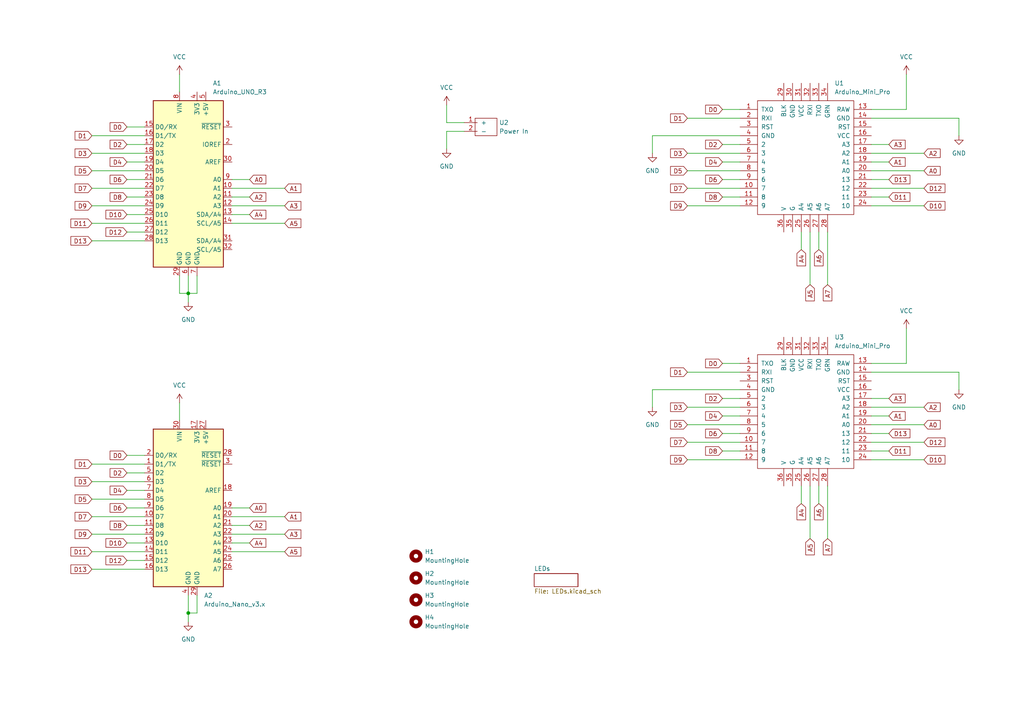
<source format=kicad_sch>
(kicad_sch (version 20211123) (generator eeschema)
  (paper "A4")
  (lib_symbols
    (symbol "MCU_Module:Arduino_Nano_v3.x"
      (property "Reference" "A" (at -10.16 23.495 0))
      (property "Value" "Arduino_Nano_v3.x" (at 5.08 -24.13 0))
      (symbol "Arduino_Nano_v3.x_0_1"
        (rectangle (start -10.16 22.86) (end 10.16 -22.86) (stroke (width 0.254)) (fill (type background)))
      )
      (symbol "Arduino_Nano_v3.x_1_1"
        (pin bidirectional line (at -12.7 12.7 0) (length 2.54) (name "D1/TX") (number "1"))
        (pin bidirectional line (at -12.7 -2.54 0) (length 2.54) (name "D7") (number "10"))
        (pin bidirectional line (at -12.7 -5.08 0) (length 2.54) (name "D8") (number "11"))
        (pin bidirectional line (at -12.7 -7.62 0) (length 2.54) (name "D9") (number "12"))
        (pin bidirectional line (at -12.7 -10.16 0) (length 2.54) (name "D10") (number "13"))
        (pin bidirectional line (at -12.7 -12.7 0) (length 2.54) (name "D11") (number "14"))
        (pin bidirectional line (at -12.7 -15.24 0) (length 2.54) (name "D12") (number "15"))
        (pin bidirectional line (at -12.7 -17.78 0) (length 2.54) (name "D13") (number "16"))
        (pin power_out line (at 2.54 25.4 270) (length 2.54) (name "3V3") (number "17"))
        (pin input line (at 12.7 5.08 180) (length 2.54) (name "AREF") (number "18"))
        (pin bidirectional line (at 12.7 0 180) (length 2.54) (name "A0") (number "19"))
        (pin bidirectional line (at -12.7 15.24 0) (length 2.54) (name "D0/RX") (number "2"))
        (pin bidirectional line (at 12.7 -2.54 180) (length 2.54) (name "A1") (number "20"))
        (pin bidirectional line (at 12.7 -5.08 180) (length 2.54) (name "A2") (number "21"))
        (pin bidirectional line (at 12.7 -7.62 180) (length 2.54) (name "A3") (number "22"))
        (pin bidirectional line (at 12.7 -10.16 180) (length 2.54) (name "A4") (number "23"))
        (pin bidirectional line (at 12.7 -12.7 180) (length 2.54) (name "A5") (number "24"))
        (pin bidirectional line (at 12.7 -15.24 180) (length 2.54) (name "A6") (number "25"))
        (pin bidirectional line (at 12.7 -17.78 180) (length 2.54) (name "A7") (number "26"))
        (pin power_out line (at 5.08 25.4 270) (length 2.54) (name "+5V") (number "27"))
        (pin input line (at 12.7 15.24 180) (length 2.54) (name "~{RESET}") (number "28"))
        (pin power_in line (at 2.54 -25.4 90) (length 2.54) (name "GND") (number "29"))
        (pin input line (at 12.7 12.7 180) (length 2.54) (name "~{RESET}") (number "3"))
        (pin power_in line (at -2.54 25.4 270) (length 2.54) (name "VIN") (number "30"))
        (pin power_in line (at 0 -25.4 90) (length 2.54) (name "GND") (number "4"))
        (pin bidirectional line (at -12.7 10.16 0) (length 2.54) (name "D2") (number "5"))
        (pin bidirectional line (at -12.7 7.62 0) (length 2.54) (name "D3") (number "6"))
        (pin bidirectional line (at -12.7 5.08 0) (length 2.54) (name "D4") (number "7"))
        (pin bidirectional line (at -12.7 2.54 0) (length 2.54) (name "D5") (number "8"))
        (pin bidirectional line (at -12.7 0 0) (length 2.54) (name "D6") (number "9"))
      )
    )
    (symbol "MCU_Module:Arduino_UNO_R3"
      (property "Reference" "A" (at -10.16 23.495 0))
      (property "Value" "Arduino_UNO_R3" (at 5.08 -26.67 0))
      (symbol "Arduino_UNO_R3_0_1"
        (rectangle (start -10.16 22.86) (end 10.16 -25.4) (stroke (width 0.254)) (fill (type background)))
      )
      (symbol "Arduino_UNO_R3_1_1"
        (pin no_connect line (at -10.16 -20.32 0) (length 2.54) hide (name "NC") (number "1"))
        (pin bidirectional line (at 12.7 -2.54 180) (length 2.54) (name "A1") (number "10"))
        (pin bidirectional line (at 12.7 -5.08 180) (length 2.54) (name "A2") (number "11"))
        (pin bidirectional line (at 12.7 -7.62 180) (length 2.54) (name "A3") (number "12"))
        (pin bidirectional line (at 12.7 -10.16 180) (length 2.54) (name "SDA/A4") (number "13"))
        (pin bidirectional line (at 12.7 -12.7 180) (length 2.54) (name "SCL/A5") (number "14"))
        (pin bidirectional line (at -12.7 15.24 0) (length 2.54) (name "D0/RX") (number "15"))
        (pin bidirectional line (at -12.7 12.7 0) (length 2.54) (name "D1/TX") (number "16"))
        (pin bidirectional line (at -12.7 10.16 0) (length 2.54) (name "D2") (number "17"))
        (pin bidirectional line (at -12.7 7.62 0) (length 2.54) (name "D3") (number "18"))
        (pin bidirectional line (at -12.7 5.08 0) (length 2.54) (name "D4") (number "19"))
        (pin output line (at 12.7 10.16 180) (length 2.54) (name "IOREF") (number "2"))
        (pin bidirectional line (at -12.7 2.54 0) (length 2.54) (name "D5") (number "20"))
        (pin bidirectional line (at -12.7 0 0) (length 2.54) (name "D6") (number "21"))
        (pin bidirectional line (at -12.7 -2.54 0) (length 2.54) (name "D7") (number "22"))
        (pin bidirectional line (at -12.7 -5.08 0) (length 2.54) (name "D8") (number "23"))
        (pin bidirectional line (at -12.7 -7.62 0) (length 2.54) (name "D9") (number "24"))
        (pin bidirectional line (at -12.7 -10.16 0) (length 2.54) (name "D10") (number "25"))
        (pin bidirectional line (at -12.7 -12.7 0) (length 2.54) (name "D11") (number "26"))
        (pin bidirectional line (at -12.7 -15.24 0) (length 2.54) (name "D12") (number "27"))
        (pin bidirectional line (at -12.7 -17.78 0) (length 2.54) (name "D13") (number "28"))
        (pin power_in line (at -2.54 -27.94 90) (length 2.54) (name "GND") (number "29"))
        (pin input line (at 12.7 15.24 180) (length 2.54) (name "~{RESET}") (number "3"))
        (pin input line (at 12.7 5.08 180) (length 2.54) (name "AREF") (number "30"))
        (pin bidirectional line (at 12.7 -17.78 180) (length 2.54) (name "SDA/A4") (number "31"))
        (pin bidirectional line (at 12.7 -20.32 180) (length 2.54) (name "SCL/A5") (number "32"))
        (pin power_out line (at 2.54 25.4 270) (length 2.54) (name "3V3") (number "4"))
        (pin power_out line (at 5.08 25.4 270) (length 2.54) (name "+5V") (number "5"))
        (pin power_in line (at 0 -27.94 90) (length 2.54) (name "GND") (number "6"))
        (pin power_in line (at 2.54 -27.94 90) (length 2.54) (name "GND") (number "7"))
        (pin power_in line (at -2.54 25.4 270) (length 2.54) (name "VIN") (number "8"))
        (pin bidirectional line (at 12.7 0 180) (length 2.54) (name "A0") (number "9"))
      )
    )
    (symbol "Mechanical:MountingHole" (pin_names (offset 1.016))
      (property "Reference" "H" (at 0 5.08 0))
      (property "Value" "MountingHole" (at 0 3.175 0))
      (symbol "MountingHole_0_1"
        (circle (center 0 0) (radius 1.27) (stroke (width 1.27)))
      )
    )
    (symbol "My_Arduino:Arduino_Mini_Pro" (pin_names (offset 1.016))
      (property "Reference" "U" (at 6.35 3.81 0))
      (property "Value" "Arduino_Mini_Pro" (at 1.27 7.62 0))
      (symbol "Arduino_Mini_Pro_0_1"
        (rectangle (start 5.08 2.54) (end 33.02 -30.48))
      )
      (symbol "Arduino_Mini_Pro_1_1"
        (pin output line (at 0 0 0) (length 5.08) (name "TXO") (number "1"))
        (pin bidirectional line (at 0 -22.86 0) (length 5.08) (name "7") (number "10"))
        (pin bidirectional line (at 0 -25.4 0) (length 5.08) (name "8") (number "11"))
        (pin bidirectional line (at 0 -27.94 0) (length 5.08) (name "9") (number "12"))
        (pin power_in line (at 38.1 0 180) (length 5.08) (name "RAW") (number "13"))
        (pin power_in line (at 38.1 -2.54 180) (length 5.08) (name "GND") (number "14"))
        (pin input line (at 38.1 -5.08 180) (length 5.08) (name "RST") (number "15"))
        (pin power_out line (at 38.1 -7.62 180) (length 5.08) (name "VCC") (number "16"))
        (pin bidirectional line (at 38.1 -10.16 180) (length 5.08) (name "A3") (number "17"))
        (pin bidirectional line (at 38.1 -12.7 180) (length 5.08) (name "A2") (number "18"))
        (pin bidirectional line (at 38.1 -15.24 180) (length 5.08) (name "A1") (number "19"))
        (pin input line (at 0 -2.54 0) (length 5.08) (name "RXI") (number "2"))
        (pin bidirectional line (at 38.1 -17.78 180) (length 5.08) (name "A0") (number "20"))
        (pin bidirectional line (at 38.1 -20.32 180) (length 5.08) (name "13") (number "21"))
        (pin bidirectional line (at 38.1 -22.86 180) (length 5.08) (name "12") (number "22"))
        (pin bidirectional line (at 38.1 -25.4 180) (length 5.08) (name "11") (number "23"))
        (pin bidirectional line (at 38.1 -27.94 180) (length 5.08) (name "10") (number "24"))
        (pin bidirectional line (at 17.78 -35.56 90) (length 5.08) (name "A4") (number "25"))
        (pin bidirectional line (at 20.32 -35.56 90) (length 5.08) (name "A5") (number "26"))
        (pin bidirectional line (at 22.86 -35.56 90) (length 5.08) (name "A6") (number "27"))
        (pin bidirectional line (at 25.4 -35.56 90) (length 5.08) (name "A7") (number "28"))
        (pin input line (at 12.7 7.62 270) (length 5.08) (name "BLK") (number "29"))
        (pin input line (at 0 -5.08 0) (length 5.08) (name "RST") (number "3"))
        (pin passive line (at 15.24 7.62 270) (length 5.08) (name "GND") (number "30"))
        (pin power_in line (at 17.78 7.62 270) (length 5.08) (name "VCC") (number "31"))
        (pin input line (at 20.32 7.62 270) (length 5.08) (name "RXI") (number "32"))
        (pin output line (at 22.86 7.62 270) (length 5.08) (name "TXO") (number "33"))
        (pin input line (at 25.4 7.62 270) (length 5.08) (name "GRN") (number "34"))
        (pin passive line (at 15.24 -35.56 90) (length 5.08) (name "G") (number "35"))
        (pin power_out line (at 12.7 -35.56 90) (length 5.08) (name "V") (number "36"))
        (pin passive line (at 0 -7.62 0) (length 5.08) (name "GND") (number "4"))
        (pin bidirectional line (at 0 -10.16 0) (length 5.08) (name "2") (number "5"))
        (pin bidirectional line (at 0 -12.7 0) (length 5.08) (name "3") (number "6"))
        (pin bidirectional line (at 0 -15.24 0) (length 5.08) (name "4") (number "7"))
        (pin bidirectional line (at 0 -17.78 0) (length 5.08) (name "5") (number "8"))
        (pin bidirectional line (at 0 -20.32 0) (length 5.08) (name "6") (number "9"))
      )
    )
    (symbol "My_Parts:2-pole_power_in_screw_terminal" (pin_names (offset 1.016))
      (property "Reference" "U" (at 4.445 3.175 0))
      (property "Value" "2-pole_power_in_screw_terminal" (at 6.35 -5.715 0))
      (symbol "2-pole_power_in_screw_terminal_0_1"
        (rectangle (start 3.175 1.27) (end 9.525 -3.81))
      )
      (symbol "2-pole_power_in_screw_terminal_1_1"
        (pin power_in line (at 0 0 0) (length 3.81) (name "+") (number "1"))
        (pin power_in line (at 0 -2.54 0) (length 3.81) (name "-") (number "2"))
      )
    )
    (symbol "power:GND" (power) (pin_names (offset 0))
      (property "Value" "GND" (at 0 -3.81 0))
      (symbol "GND_0_1"
        (polyline (pts (xy 0 0) (xy 0 -1.27) (xy 1.27 -1.27) (xy 0 -2.54) (xy -1.27 -1.27) (xy 0 -1.27)))
      )
      (symbol "GND_1_1"
        (pin power_in line (at 0 0 270) (length 0) hide (name "GND") (number "1"))
      )
    )
    (symbol "power:VCC" (power) (pin_names (offset 0))
      (property "Value" "VCC" (at 0 3.81 0))
      (symbol "VCC_0_1"
        (polyline (pts (xy -0.762 1.27) (xy 0 2.54)))
        (polyline (pts (xy 0 0) (xy 0 2.54)))
        (polyline (pts (xy 0 2.54) (xy 0.762 1.27)))
      )
      (symbol "VCC_1_1"
        (pin power_in line (at 0 0 90) (length 0) hide (name "VCC") (number "1"))
      )
    )
  )
  (junction (at 54.61 177.8))
  (junction (at 54.61 85.09))
  (wire (pts (xy 252.73 52.07) (xy 257.81 52.07)))
  (wire (pts (xy 252.73 115.57) (xy 257.81 115.57)))
  (wire (pts (xy 26.67 154.94) (xy 41.91 154.94)))
  (wire (pts (xy 199.39 44.45) (xy 214.63 44.45)))
  (wire (pts (xy 36.83 152.4) (xy 41.91 152.4)))
  (wire (pts (xy 240.03 67.31) (xy 240.03 82.55)))
  (wire (pts (xy 252.73 128.27) (xy 267.97 128.27)))
  (wire (pts (xy 52.07 21.59) (xy 52.07 26.67)))
  (wire (pts (xy 209.55 52.07) (xy 214.63 52.07)))
  (wire (pts (xy 252.73 133.35) (xy 267.97 133.35)))
  (wire (pts (xy 129.54 38.1) (xy 129.54 43.18)))
  (wire (pts (xy 240.03 140.97) (xy 240.03 156.21)))
  (wire (pts (xy 234.95 140.97) (xy 234.95 156.21)))
  (wire (pts (xy 252.73 54.61) (xy 267.97 54.61)))
  (wire (pts (xy 26.67 160.02) (xy 41.91 160.02)))
  (wire (pts (xy 129.54 35.56) (xy 129.54 30.48)))
  (wire (pts (xy 67.31 152.4) (xy 72.39 152.4)))
  (wire (pts (xy 252.73 107.95) (xy 278.13 107.95)))
  (wire (pts (xy 67.31 62.23) (xy 72.39 62.23)))
  (wire (pts (xy 209.55 46.99) (xy 214.63 46.99)))
  (wire (pts (xy 214.63 113.03) (xy 189.23 113.03)))
  (wire (pts (xy 26.67 64.77) (xy 41.91 64.77)))
  (wire (pts (xy 26.67 134.62) (xy 41.91 134.62)))
  (wire (pts (xy 252.73 44.45) (xy 267.97 44.45)))
  (wire (pts (xy 262.89 105.41) (xy 262.89 95.25)))
  (wire (pts (xy 54.61 85.09) (xy 54.61 87.63)))
  (wire (pts (xy 52.07 116.84) (xy 52.07 121.92)))
  (wire (pts (xy 252.73 118.11) (xy 267.97 118.11)))
  (wire (pts (xy 36.83 41.91) (xy 41.91 41.91)))
  (wire (pts (xy 26.67 39.37) (xy 41.91 39.37)))
  (wire (pts (xy 199.39 54.61) (xy 214.63 54.61)))
  (wire (pts (xy 26.67 59.69) (xy 41.91 59.69)))
  (wire (pts (xy 134.62 35.56) (xy 129.54 35.56)))
  (wire (pts (xy 209.55 57.15) (xy 214.63 57.15)))
  (wire (pts (xy 199.39 34.29) (xy 214.63 34.29)))
  (wire (pts (xy 36.83 67.31) (xy 41.91 67.31)))
  (wire (pts (xy 252.73 105.41) (xy 262.89 105.41)))
  (wire (pts (xy 36.83 57.15) (xy 41.91 57.15)))
  (wire (pts (xy 67.31 57.15) (xy 72.39 57.15)))
  (wire (pts (xy 252.73 57.15) (xy 257.81 57.15)))
  (wire (pts (xy 189.23 113.03) (xy 189.23 118.11)))
  (wire (pts (xy 237.49 140.97) (xy 237.49 146.05)))
  (wire (pts (xy 26.67 69.85) (xy 41.91 69.85)))
  (wire (pts (xy 57.15 172.72) (xy 57.15 177.8)))
  (wire (pts (xy 199.39 118.11) (xy 214.63 118.11)))
  (wire (pts (xy 209.55 125.73) (xy 214.63 125.73)))
  (wire (pts (xy 52.07 85.09) (xy 52.07 80.01)))
  (wire (pts (xy 252.73 46.99) (xy 257.81 46.99)))
  (wire (pts (xy 67.31 52.07) (xy 72.39 52.07)))
  (wire (pts (xy 67.31 54.61) (xy 82.55 54.61)))
  (wire (pts (xy 57.15 177.8) (xy 54.61 177.8)))
  (wire (pts (xy 26.67 149.86) (xy 41.91 149.86)))
  (wire (pts (xy 36.83 36.83) (xy 41.91 36.83)))
  (wire (pts (xy 252.73 123.19) (xy 267.97 123.19)))
  (wire (pts (xy 57.15 85.09) (xy 54.61 85.09)))
  (wire (pts (xy 36.83 62.23) (xy 41.91 62.23)))
  (wire (pts (xy 252.73 59.69) (xy 267.97 59.69)))
  (wire (pts (xy 209.55 41.91) (xy 214.63 41.91)))
  (wire (pts (xy 26.67 139.7) (xy 41.91 139.7)))
  (wire (pts (xy 67.31 149.86) (xy 82.55 149.86)))
  (wire (pts (xy 189.23 39.37) (xy 189.23 44.45)))
  (wire (pts (xy 36.83 46.99) (xy 41.91 46.99)))
  (wire (pts (xy 199.39 123.19) (xy 214.63 123.19)))
  (wire (pts (xy 26.67 165.1) (xy 41.91 165.1)))
  (wire (pts (xy 26.67 49.53) (xy 41.91 49.53)))
  (wire (pts (xy 214.63 39.37) (xy 189.23 39.37)))
  (wire (pts (xy 199.39 133.35) (xy 214.63 133.35)))
  (wire (pts (xy 26.67 54.61) (xy 41.91 54.61)))
  (wire (pts (xy 209.55 130.81) (xy 214.63 130.81)))
  (wire (pts (xy 234.95 67.31) (xy 234.95 82.55)))
  (wire (pts (xy 278.13 34.29) (xy 278.13 39.37)))
  (wire (pts (xy 67.31 59.69) (xy 82.55 59.69)))
  (wire (pts (xy 67.31 64.77) (xy 82.55 64.77)))
  (wire (pts (xy 252.73 31.75) (xy 262.89 31.75)))
  (wire (pts (xy 252.73 130.81) (xy 257.81 130.81)))
  (wire (pts (xy 67.31 147.32) (xy 72.39 147.32)))
  (wire (pts (xy 36.83 142.24) (xy 41.91 142.24)))
  (wire (pts (xy 209.55 105.41) (xy 214.63 105.41)))
  (wire (pts (xy 199.39 59.69) (xy 214.63 59.69)))
  (wire (pts (xy 199.39 49.53) (xy 214.63 49.53)))
  (wire (pts (xy 209.55 120.65) (xy 214.63 120.65)))
  (wire (pts (xy 67.31 160.02) (xy 82.55 160.02)))
  (wire (pts (xy 67.31 157.48) (xy 72.39 157.48)))
  (wire (pts (xy 36.83 52.07) (xy 41.91 52.07)))
  (wire (pts (xy 57.15 80.01) (xy 57.15 85.09)))
  (wire (pts (xy 36.83 147.32) (xy 41.91 147.32)))
  (wire (pts (xy 199.39 107.95) (xy 214.63 107.95)))
  (wire (pts (xy 209.55 31.75) (xy 214.63 31.75)))
  (wire (pts (xy 36.83 162.56) (xy 41.91 162.56)))
  (wire (pts (xy 26.67 144.78) (xy 41.91 144.78)))
  (wire (pts (xy 199.39 128.27) (xy 214.63 128.27)))
  (wire (pts (xy 36.83 137.16) (xy 41.91 137.16)))
  (wire (pts (xy 54.61 85.09) (xy 52.07 85.09)))
  (wire (pts (xy 252.73 120.65) (xy 257.81 120.65)))
  (wire (pts (xy 252.73 41.91) (xy 257.81 41.91)))
  (wire (pts (xy 36.83 132.08) (xy 41.91 132.08)))
  (wire (pts (xy 54.61 80.01) (xy 54.61 85.09)))
  (wire (pts (xy 54.61 172.72) (xy 54.61 177.8)))
  (wire (pts (xy 67.31 154.94) (xy 82.55 154.94)))
  (wire (pts (xy 36.83 157.48) (xy 41.91 157.48)))
  (wire (pts (xy 134.62 38.1) (xy 129.54 38.1)))
  (wire (pts (xy 209.55 115.57) (xy 214.63 115.57)))
  (wire (pts (xy 232.41 140.97) (xy 232.41 146.05)))
  (wire (pts (xy 237.49 67.31) (xy 237.49 72.39)))
  (wire (pts (xy 232.41 67.31) (xy 232.41 72.39)))
  (wire (pts (xy 252.73 125.73) (xy 257.81 125.73)))
  (wire (pts (xy 252.73 49.53) (xy 267.97 49.53)))
  (wire (pts (xy 252.73 34.29) (xy 278.13 34.29)))
  (wire (pts (xy 262.89 31.75) (xy 262.89 21.59)))
  (wire (pts (xy 278.13 107.95) (xy 278.13 113.03)))
  (wire (pts (xy 54.61 177.8) (xy 54.61 180.34)))
  (wire (pts (xy 26.67 44.45) (xy 41.91 44.45)))
  (global_label "D12" (shape input) (at 36.83 67.31 180) (property "Intersheet References" "${INTERSHEET_REFS}" (effects hide)))
  (global_label "D6" (shape input) (at 36.83 52.07 180) (property "Intersheet References" "${INTERSHEET_REFS}" (effects hide)))
  (global_label "A5" (shape input) (at 234.95 156.21 270) (property "Intersheet References" "${INTERSHEET_REFS}" (effects hide)))
  (global_label "A1" (shape input) (at 257.81 46.99 0) (property "Intersheet References" "${INTERSHEET_REFS}" (effects hide)))
  (global_label "D6" (shape input) (at 36.83 147.32 180) (property "Intersheet References" "${INTERSHEET_REFS}" (effects hide)))
  (global_label "A4" (shape input) (at 232.41 146.05 270) (property "Intersheet References" "${INTERSHEET_REFS}" (effects hide)))
  (global_label "A5" (shape input) (at 82.55 160.02 0) (property "Intersheet References" "${INTERSHEET_REFS}" (effects hide)))
  (global_label "D2" (shape input) (at 209.55 115.57 180) (property "Intersheet References" "${INTERSHEET_REFS}" (effects hide)))
  (global_label "D6" (shape input) (at 209.55 52.07 180) (property "Intersheet References" "${INTERSHEET_REFS}" (effects hide)))
  (global_label "A3" (shape input) (at 257.81 115.57 0) (property "Intersheet References" "${INTERSHEET_REFS}" (effects hide)))
  (global_label "A7" (shape input) (at 240.03 156.21 270) (property "Intersheet References" "${INTERSHEET_REFS}" (effects hide)))
  (global_label "D11" (shape input) (at 257.81 57.15 0) (property "Intersheet References" "${INTERSHEET_REFS}" (effects hide)))
  (global_label "A3" (shape input) (at 257.81 41.91 0) (property "Intersheet References" "${INTERSHEET_REFS}" (effects hide)))
  (global_label "D10" (shape input) (at 267.97 59.69 0) (property "Intersheet References" "${INTERSHEET_REFS}" (effects hide)))
  (global_label "D8" (shape input) (at 209.55 130.81 180) (property "Intersheet References" "${INTERSHEET_REFS}" (effects hide)))
  (global_label "D13" (shape input) (at 257.81 125.73 0) (property "Intersheet References" "${INTERSHEET_REFS}" (effects hide)))
  (global_label "D9" (shape input) (at 199.39 59.69 180) (property "Intersheet References" "${INTERSHEET_REFS}" (effects hide)))
  (global_label "A4" (shape input) (at 232.41 72.39 270) (property "Intersheet References" "${INTERSHEET_REFS}" (effects hide)))
  (global_label "D9" (shape input) (at 26.67 154.94 180) (property "Intersheet References" "${INTERSHEET_REFS}" (effects hide)))
  (global_label "A2" (shape input) (at 72.39 152.4 0) (property "Intersheet References" "${INTERSHEET_REFS}" (effects hide)))
  (global_label "D10" (shape input) (at 36.83 157.48 180) (property "Intersheet References" "${INTERSHEET_REFS}" (effects hide)))
  (global_label "D4" (shape input) (at 209.55 120.65 180) (property "Intersheet References" "${INTERSHEET_REFS}" (effects hide)))
  (global_label "D11" (shape input) (at 26.67 64.77 180) (property "Intersheet References" "${INTERSHEET_REFS}" (effects hide)))
  (global_label "A0" (shape input) (at 72.39 52.07 0) (property "Intersheet References" "${INTERSHEET_REFS}" (effects hide)))
  (global_label "D12" (shape input) (at 267.97 54.61 0) (property "Intersheet References" "${INTERSHEET_REFS}" (effects hide)))
  (global_label "D3" (shape input) (at 199.39 44.45 180) (property "Intersheet References" "${INTERSHEET_REFS}" (effects hide)))
  (global_label "D3" (shape input) (at 26.67 139.7 180) (property "Intersheet References" "${INTERSHEET_REFS}" (effects hide)))
  (global_label "D0" (shape input) (at 209.55 105.41 180) (property "Intersheet References" "${INTERSHEET_REFS}" (effects hide)))
  (global_label "D10" (shape input) (at 267.97 133.35 0) (property "Intersheet References" "${INTERSHEET_REFS}" (effects hide)))
  (global_label "D3" (shape input) (at 26.67 44.45 180) (property "Intersheet References" "${INTERSHEET_REFS}" (effects hide)))
  (global_label "A6" (shape input) (at 237.49 146.05 270) (property "Intersheet References" "${INTERSHEET_REFS}" (effects hide)))
  (global_label "D9" (shape input) (at 26.67 59.69 180) (property "Intersheet References" "${INTERSHEET_REFS}" (effects hide)))
  (global_label "D13" (shape input) (at 257.81 52.07 0) (property "Intersheet References" "${INTERSHEET_REFS}" (effects hide)))
  (global_label "D5" (shape input) (at 26.67 49.53 180) (property "Intersheet References" "${INTERSHEET_REFS}" (effects hide)))
  (global_label "D1" (shape input) (at 26.67 134.62 180) (property "Intersheet References" "${INTERSHEET_REFS}" (effects hide)))
  (global_label "D5" (shape input) (at 199.39 123.19 180) (property "Intersheet References" "${INTERSHEET_REFS}" (effects hide)))
  (global_label "A4" (shape input) (at 72.39 157.48 0) (property "Intersheet References" "${INTERSHEET_REFS}" (effects hide)))
  (global_label "A1" (shape input) (at 82.55 54.61 0) (property "Intersheet References" "${INTERSHEET_REFS}" (effects hide)))
  (global_label "D9" (shape input) (at 199.39 133.35 180) (property "Intersheet References" "${INTERSHEET_REFS}" (effects hide)))
  (global_label "A1" (shape input) (at 82.55 149.86 0) (property "Intersheet References" "${INTERSHEET_REFS}" (effects hide)))
  (global_label "D13" (shape input) (at 26.67 69.85 180) (property "Intersheet References" "${INTERSHEET_REFS}" (effects hide)))
  (global_label "D13" (shape input) (at 26.67 165.1 180) (property "Intersheet References" "${INTERSHEET_REFS}" (effects hide)))
  (global_label "D0" (shape input) (at 36.83 132.08 180) (property "Intersheet References" "${INTERSHEET_REFS}" (effects hide)))
  (global_label "D10" (shape input) (at 36.83 62.23 180) (property "Intersheet References" "${INTERSHEET_REFS}" (effects hide)))
  (global_label "D12" (shape input) (at 267.97 128.27 0) (property "Intersheet References" "${INTERSHEET_REFS}" (effects hide)))
  (global_label "D1" (shape input) (at 199.39 34.29 180) (property "Intersheet References" "${INTERSHEET_REFS}" (effects hide)))
  (global_label "A7" (shape input) (at 240.03 82.55 270) (property "Intersheet References" "${INTERSHEET_REFS}" (effects hide)))
  (global_label "A0" (shape input) (at 267.97 123.19 0) (property "Intersheet References" "${INTERSHEET_REFS}" (effects hide)))
  (global_label "A0" (shape input) (at 267.97 49.53 0) (property "Intersheet References" "${INTERSHEET_REFS}" (effects hide)))
  (global_label "D0" (shape input) (at 36.83 36.83 180) (property "Intersheet References" "${INTERSHEET_REFS}" (effects hide)))
  (global_label "D5" (shape input) (at 199.39 49.53 180) (property "Intersheet References" "${INTERSHEET_REFS}" (effects hide)))
  (global_label "D7" (shape input) (at 26.67 149.86 180) (property "Intersheet References" "${INTERSHEET_REFS}" (effects hide)))
  (global_label "D3" (shape input) (at 199.39 118.11 180) (property "Intersheet References" "${INTERSHEET_REFS}" (effects hide)))
  (global_label "D1" (shape input) (at 199.39 107.95 180) (property "Intersheet References" "${INTERSHEET_REFS}" (effects hide)))
  (global_label "D7" (shape input) (at 199.39 54.61 180) (property "Intersheet References" "${INTERSHEET_REFS}" (effects hide)))
  (global_label "D4" (shape input) (at 36.83 46.99 180) (property "Intersheet References" "${INTERSHEET_REFS}" (effects hide)))
  (global_label "D1" (shape input) (at 26.67 39.37 180) (property "Intersheet References" "${INTERSHEET_REFS}" (effects hide)))
  (global_label "D7" (shape input) (at 26.67 54.61 180) (property "Intersheet References" "${INTERSHEET_REFS}" (effects hide)))
  (global_label "A6" (shape input) (at 237.49 72.39 270) (property "Intersheet References" "${INTERSHEET_REFS}" (effects hide)))
  (global_label "A3" (shape input) (at 82.55 154.94 0) (property "Intersheet References" "${INTERSHEET_REFS}" (effects hide)))
  (global_label "D8" (shape input) (at 36.83 57.15 180) (property "Intersheet References" "${INTERSHEET_REFS}" (effects hide)))
  (global_label "D8" (shape input) (at 36.83 152.4 180) (property "Intersheet References" "${INTERSHEET_REFS}" (effects hide)))
  (global_label "A3" (shape input) (at 82.55 59.69 0) (property "Intersheet References" "${INTERSHEET_REFS}" (effects hide)))
  (global_label "A0" (shape input) (at 72.39 147.32 0) (property "Intersheet References" "${INTERSHEET_REFS}" (effects hide)))
  (global_label "D2" (shape input) (at 209.55 41.91 180) (property "Intersheet References" "${INTERSHEET_REFS}" (effects hide)))
  (global_label "A4" (shape input) (at 72.39 62.23 0) (property "Intersheet References" "${INTERSHEET_REFS}" (effects hide)))
  (global_label "D2" (shape input) (at 36.83 41.91 180) (property "Intersheet References" "${INTERSHEET_REFS}" (effects hide)))
  (global_label "D11" (shape input) (at 26.67 160.02 180) (property "Intersheet References" "${INTERSHEET_REFS}" (effects hide)))
  (global_label "A5" (shape input) (at 234.95 82.55 270) (property "Intersheet References" "${INTERSHEET_REFS}" (effects hide)))
  (global_label "D4" (shape input) (at 209.55 46.99 180) (property "Intersheet References" "${INTERSHEET_REFS}" (effects hide)))
  (global_label "A2" (shape input) (at 267.97 44.45 0) (property "Intersheet References" "${INTERSHEET_REFS}" (effects hide)))
  (global_label "D0" (shape input) (at 209.55 31.75 180) (property "Intersheet References" "${INTERSHEET_REFS}" (effects hide)))
  (global_label "D5" (shape input) (at 26.67 144.78 180) (property "Intersheet References" "${INTERSHEET_REFS}" (effects hide)))
  (global_label "A2" (shape input) (at 72.39 57.15 0) (property "Intersheet References" "${INTERSHEET_REFS}" (effects hide)))
  (global_label "A1" (shape input) (at 257.81 120.65 0) (property "Intersheet References" "${INTERSHEET_REFS}" (effects hide)))
  (global_label "D2" (shape input) (at 36.83 137.16 180) (property "Intersheet References" "${INTERSHEET_REFS}" (effects hide)))
  (global_label "D12" (shape input) (at 36.83 162.56 180) (property "Intersheet References" "${INTERSHEET_REFS}" (effects hide)))
  (global_label "A2" (shape input) (at 267.97 118.11 0) (property "Intersheet References" "${INTERSHEET_REFS}" (effects hide)))
  (global_label "D6" (shape input) (at 209.55 125.73 180) (property "Intersheet References" "${INTERSHEET_REFS}" (effects hide)))
  (global_label "D11" (shape input) (at 257.81 130.81 0) (property "Intersheet References" "${INTERSHEET_REFS}" (effects hide)))
  (global_label "D8" (shape input) (at 209.55 57.15 180) (property "Intersheet References" "${INTERSHEET_REFS}" (effects hide)))
  (global_label "D7" (shape input) (at 199.39 128.27 180) (property "Intersheet References" "${INTERSHEET_REFS}" (effects hide)))
  (global_label "A5" (shape input) (at 82.55 64.77 0) (property "Intersheet References" "${INTERSHEET_REFS}" (effects hide)))
  (global_label "D4" (shape input) (at 36.83 142.24 180) (property "Intersheet References" "${INTERSHEET_REFS}" (effects hide)))
  (symbol (lib_id "Mechanical:MountingHole") (at 120.65 180.34 0) (unit 1)
    (property "Reference" "H4" (at 123.19 179.0699 0) (effects (justify left)))
    (property "Value" "MountingHole" (at 123.19 181.6099 0) (effects (justify left)))
    (property "Footprint" "MountingHole:MountingHole_3.2mm_M3" (effects hide))
  )
  (symbol (lib_id "Mechanical:MountingHole") (at 120.65 161.29 0) (unit 1)
    (property "Reference" "H1" (at 123.19 160.0199 0) (effects (justify left)))
    (property "Value" "MountingHole" (at 123.19 162.5599 0) (effects (justify left)))
    (property "Footprint" "MountingHole:MountingHole_3.2mm_M3" (effects hide))
  )
  (symbol (lib_id "Mechanical:MountingHole") (at 120.65 173.99 0) (unit 1)
    (property "Reference" "H3" (at 123.19 172.7199 0) (effects (justify left)))
    (property "Value" "MountingHole" (at 123.19 175.2599 0) (effects (justify left)))
    (property "Footprint" "MountingHole:MountingHole_3.2mm_M3" (effects hide))
  )
  (symbol (lib_id "MCU_Module:Arduino_UNO_R3") (at 54.61 52.07 0) (unit 1)
    (property "Reference" "A1" (at 61.7094 24.13 0) (effects (justify left)))
    (property "Value" "Arduino_UNO_R3" (at 61.7094 26.67 0) (effects (justify left)))
    (property "Footprint" "My_Arduino:Arduino_UNO_R3_shield_large" (effects hide))
    (property "Datasheet" "https://www.arduino.cc/en/Main/arduinoBoardUno" (effects hide))
  )
  (symbol (lib_id "power:GND") (at 189.23 44.45 0) (unit 1)
    (property "Reference" "#PWR0123" (effects hide))
    (property "Value" "GND" (at 189.23 49.53 0))
  )
  (symbol (lib_id "power:GND") (at 278.13 113.03 0) (unit 1)
    (property "Reference" "#PWR0104" (effects hide))
    (property "Value" "GND" (at 278.13 118.11 0))
  )
  (symbol (lib_id "power:GND") (at 54.61 180.34 0) (unit 1)
    (property "Reference" "#PWR0105" (effects hide))
    (property "Value" "GND" (at 54.61 185.42 0))
  )
  (symbol (lib_id "power:VCC") (at 129.54 30.48 0) (unit 1)
    (property "Reference" "#PWR0127" (effects hide))
    (property "Value" "VCC" (at 129.54 25.4 0))
  )
  (symbol (lib_id "Mechanical:MountingHole") (at 120.65 167.64 0) (unit 1)
    (property "Reference" "H2" (at 123.19 166.3699 0) (effects (justify left)))
    (property "Value" "MountingHole" (at 123.19 168.9099 0) (effects (justify left)))
    (property "Footprint" "MountingHole:MountingHole_3.2mm_M3" (effects hide))
  )
  (symbol (lib_id "My_Arduino:Arduino_Mini_Pro") (at 214.63 105.41 0) (unit 1)
    (property "Reference" "U3" (at 242.0494 97.79 0) (effects (justify left)))
    (property "Value" "Arduino_Mini_Pro" (at 242.0494 100.33 0) (effects (justify left)))
    (property "Footprint" "My_Arduino:Arduino_Pro_Mini_vA_sides_n_A4-A7_large" (effects hide))
  )
  (symbol (lib_id "MCU_Module:Arduino_Nano_v3.x") (at 54.61 147.32 0) (unit 1)
    (property "Reference" "A2" (at 59.1694 172.72 0) (effects (justify left)))
    (property "Value" "Arduino_Nano_v3.x" (at 59.1694 175.26 0) (effects (justify left)))
    (property "Footprint" "My_Arduino:Arduino_Nano_WithMountingHoles_larger" (effects hide))
    (property "Datasheet" "http://www.mouser.com/pdfdocs/Gravitech_Arduino_Nano3_0.pdf" (effects hide))
  )
  (symbol (lib_id "power:VCC") (at 262.89 21.59 0) (unit 1)
    (property "Reference" "#PWR0125" (effects hide))
    (property "Value" "VCC" (at 262.89 16.51 0))
  )
  (symbol (lib_id "power:GND") (at 129.54 43.18 0) (unit 1)
    (property "Reference" "#PWR0126" (effects hide))
    (property "Value" "GND" (at 129.54 48.26 0))
  )
  (symbol (lib_id "My_Arduino:Arduino_Mini_Pro") (at 214.63 31.75 0) (unit 1)
    (property "Reference" "U1" (at 242.0494 24.13 0) (effects (justify left)))
    (property "Value" "Arduino_Mini_Pro" (at 242.0494 26.67 0) (effects (justify left)))
    (property "Footprint" "My_Arduino:Arduino_Pro_Mini_vC_no-progr-large" (effects hide))
  )
  (symbol (lib_id "power:VCC") (at 262.89 95.25 0) (unit 1)
    (property "Reference" "#PWR0103" (effects hide))
    (property "Value" "VCC" (at 262.89 90.17 0))
  )
  (symbol (lib_id "power:VCC") (at 52.07 116.84 0) (unit 1)
    (property "Reference" "#PWR0102" (effects hide))
    (property "Value" "VCC" (at 52.07 111.76 0))
  )
  (symbol (lib_id "power:GND") (at 54.61 87.63 0) (unit 1)
    (property "Reference" "#PWR0101" (effects hide))
    (property "Value" "GND" (at 54.61 92.71 0))
  )
  (symbol (lib_id "power:VCC") (at 52.07 21.59 0) (unit 1)
    (property "Reference" "#PWR0106" (effects hide))
    (property "Value" "VCC" (at 52.07 16.51 0))
  )
  (symbol (lib_id "My_Parts:2-pole_power_in_screw_terminal") (at 134.62 35.56 0) (unit 1)
    (property "Reference" "U2" (at 144.78 35.5599 0) (effects (justify left)))
    (property "Value" "Power In" (at 144.78 38.0999 0) (effects (justify left)))
    (property "Footprint" "My_Parts:2-pole_power_in_screw_terminal" (effects hide))
  )
  (symbol (lib_id "power:GND") (at 189.23 118.11 0) (unit 1)
    (property "Reference" "#PWR0107" (effects hide))
    (property "Value" "GND" (at 189.23 123.19 0))
  )
  (symbol (lib_id "power:GND") (at 278.13 39.37 0) (unit 1)
    (property "Reference" "#PWR0124" (effects hide))
    (property "Value" "GND" (at 278.13 44.45 0))
  )
  (sheet (at 154.94 166.37) (size 12.7 3.81) (stroke (width 0.1524))
    (property "Sheet name" "LEDs" (at 154.94 165.6584 0) (effects (justify left bottom)))
    (property "Sheet file" "LEDs.kicad_sch" (at 154.94 170.7646 0) (effects (justify left top)))
  )
)
</source>
